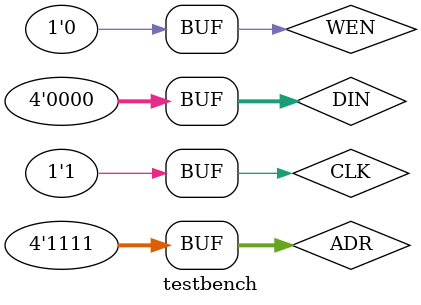
<source format=v>
module testbench();
	reg[3:0] ADR;
	reg WEN;
	reg[3:0] DIN;
	reg CLK;
	wire[3:0] DOUT;
	
	TOP DUT1(.ADR(ADR),.WEN(WEN),.DIN(DIN),.CLK(CLK),.DOUT(DOUT));
	
	initial begin
		CLK = 1;
		repeat (128) begin
			#5 CLK = ~CLK;
		end
	end
	
	initial begin
		WEN <= 0;
		ADR <= 0;
		DIN <= 15;
		#10;
		WEN <= 0;
		ADR <= 1;
		DIN <= 14;
		#10;
		WEN <= 0;
		ADR <= 2;
		DIN <= 13;
		#10;
		WEN <= 0;
		ADR <= 3;
		DIN <= 12;
		#10;
		WEN <= 0;
		ADR <= 4;
		DIN <= 11;
		#10;
		WEN <= 0;
		ADR <= 5;
		DIN <= 10;
		#10;
		WEN <= 0;
		ADR <= 6;
		DIN <= 9;
		#10;
		WEN <= 0;
		ADR <= 7;
		DIN <= 8;
		#10;
		WEN <= 0;
		ADR <= 8;
		DIN <= 7;
		#10;
		WEN <= 0;
		ADR <= 9;
		DIN <= 6;
		#10;
		WEN <= 0;
		ADR <= 10;
		DIN <= 5;
		#10;
		WEN <= 0;
		ADR <= 11;
		DIN <= 4;
		#10;
		WEN <= 0;
		ADR <= 12;
		DIN <= 3;
		#10;
		WEN <= 0;
		ADR <= 13;
		DIN <= 2;
		#10;
		WEN <= 0;
		ADR <= 14;
		DIN <= 1;
		#10;
		WEN <= 0;
		ADR <= 15;
		DIN <= 0;
		#10;
		
		
		WEN <= 1;
		ADR <= 0;
		DIN <= 15;
		#10;
		WEN <= 1;
		ADR <= 1;
		DIN <= 14;
		#10;
		WEN <= 1;
		ADR <= 2;
		DIN <= 13;
		#10;
		WEN <= 1;
		ADR <= 3;
		DIN <= 12;
		#10;
		WEN <= 1;
		ADR <= 4;
		DIN <= 11;
		#10;
		WEN <= 1;
		ADR <= 5;
		DIN <= 10;
		#10;
		WEN <= 1;
		ADR <= 6;
		DIN <= 9;
		#10;
		WEN <= 1;
		ADR <= 7;
		DIN <= 8;
		#10;
		WEN <= 1;
		ADR <= 8;
		DIN <= 7;
		#10;
		WEN <= 1;
		ADR <= 9;
		DIN <= 6;
		#10;
		WEN <= 1;
		ADR <= 10;
		DIN <= 5;
		#10;
		WEN <= 1;
		ADR <= 11;
		DIN <= 4;
		#10;
		WEN <= 1;
		ADR <= 12;
		DIN <= 3;
		#10;
		WEN <= 1;
		ADR <= 13;
		DIN <= 2;
		#10;
		WEN <= 1;
		ADR <= 14;
		DIN <= 1;
		#10;
		WEN <= 1;
		ADR <= 15;
		DIN <= 0;
		#10;
		WEN <= 0;
	end
	
endmodule
</source>
